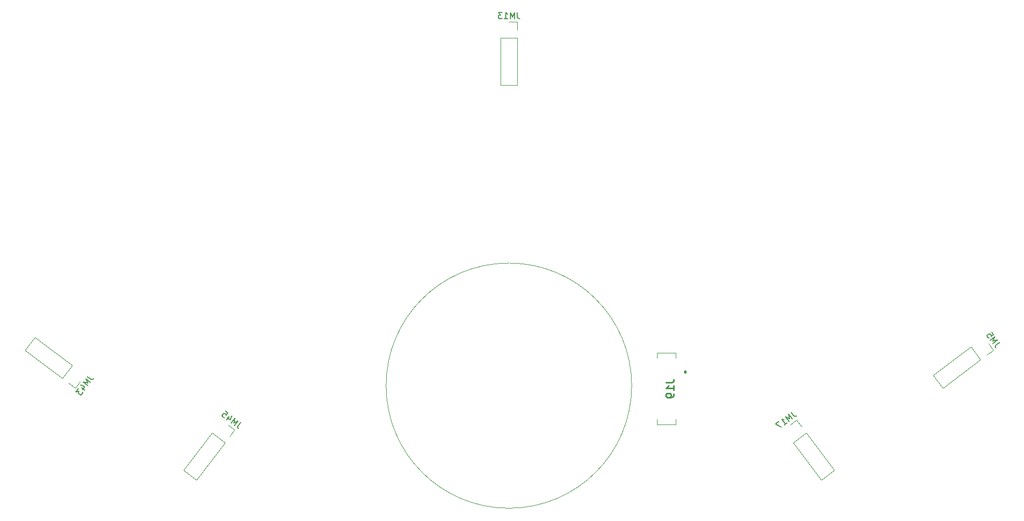
<source format=gbr>
G04 #@! TF.GenerationSoftware,KiCad,Pcbnew,(5.1.4)-1*
G04 #@! TF.CreationDate,2023-05-25T15:27:45-04:00*
G04 #@! TF.ProjectId,ThumbsUp,5468756d-6273-4557-902e-6b696361645f,rev?*
G04 #@! TF.SameCoordinates,Original*
G04 #@! TF.FileFunction,Legend,Bot*
G04 #@! TF.FilePolarity,Positive*
%FSLAX46Y46*%
G04 Gerber Fmt 4.6, Leading zero omitted, Abs format (unit mm)*
G04 Created by KiCad (PCBNEW (5.1.4)-1) date 2023-05-25 15:27:45*
%MOMM*%
%LPD*%
G04 APERTURE LIST*
%ADD10C,0.120000*%
%ADD11C,0.400000*%
%ADD12C,0.100000*%
%ADD13C,0.150000*%
%ADD14C,0.254000*%
G04 APERTURE END LIST*
D10*
X162500000Y153500000D02*
G75*
G03X162500000Y153500000I-20000000J0D01*
G01*
X221408227Y159286147D02*
X220607813Y160348332D01*
X220346042Y158485733D02*
X221408227Y159286147D01*
X219331775Y157721428D02*
X217730947Y159845798D01*
X217730947Y159845798D02*
X211597426Y155223859D01*
X219331775Y157721428D02*
X213198254Y153099488D01*
X213198254Y153099488D02*
X211597426Y155223859D01*
X143830000Y202550000D02*
X141170000Y202550000D01*
X143830000Y210230000D02*
X143830000Y202550000D01*
X141170000Y210230000D02*
X141170000Y202550000D01*
X143830000Y210230000D02*
X141170000Y210230000D01*
X143830000Y211500000D02*
X143830000Y212830000D01*
X143830000Y212830000D02*
X142500000Y212830000D01*
X63641931Y159284352D02*
X65242759Y161408723D01*
X69775452Y154662413D02*
X63641931Y159284352D01*
X71376280Y156786783D02*
X65242759Y161408723D01*
X69775452Y154662413D02*
X71376280Y156786783D01*
X70789719Y153898108D02*
X71851904Y153097694D01*
X71851904Y153097694D02*
X72652318Y154159879D01*
X91620663Y138089947D02*
X89496292Y139690775D01*
X96242602Y144223468D02*
X91620663Y138089947D01*
X94118232Y145824296D02*
X89496292Y139690775D01*
X96242602Y144223468D02*
X94118232Y145824296D01*
X97006907Y145237735D02*
X97807321Y146299920D01*
X97807321Y146299920D02*
X96745136Y147100334D01*
X189343249Y147884489D02*
X188281064Y147084075D01*
X190143663Y146822304D02*
X189343249Y147884489D01*
X190907968Y145808037D02*
X188783598Y144207209D01*
X188783598Y144207209D02*
X193405537Y138073688D01*
X190907968Y145808037D02*
X195529908Y139674516D01*
X195529908Y139674516D02*
X193405537Y138073688D01*
D11*
X171200000Y155700000D02*
G75*
G03X171200000Y155800000I0J50000D01*
G01*
X171200000Y155800000D02*
G75*
G03X171200000Y155700000I0J-50000D01*
G01*
X171200000Y155800000D02*
X171200000Y155800000D01*
X171200000Y155700000D02*
X171200000Y155700000D01*
D12*
X169650000Y147150000D02*
X169650000Y148000000D01*
X166650000Y147150000D02*
X169650000Y147150000D01*
X166650000Y148000000D02*
X166650000Y147150000D01*
X169650000Y158850000D02*
X169650000Y158000000D01*
X166650000Y158850000D02*
X169650000Y158850000D01*
X166650000Y158000000D02*
X166650000Y158850000D01*
D13*
X222388296Y160557137D02*
X221817842Y160127269D01*
X221732409Y160003265D01*
X221713664Y159869889D01*
X221761607Y159727140D01*
X221818923Y159651080D01*
X221303082Y160335624D02*
X222101717Y160937440D01*
X221330658Y160773783D01*
X221700507Y161469863D01*
X220901872Y160868048D01*
X221127350Y162230468D02*
X221413929Y161850166D01*
X221062284Y161525557D01*
X221071656Y161592245D01*
X221052371Y161696963D01*
X220909082Y161887115D01*
X220813736Y161934517D01*
X220747047Y161943890D01*
X220642329Y161924604D01*
X220452178Y161781315D01*
X220404775Y161685969D01*
X220395403Y161619281D01*
X220414688Y161514563D01*
X220557977Y161324411D01*
X220653323Y161277009D01*
X220720012Y161267636D01*
X143880952Y214377619D02*
X143880952Y213663333D01*
X143928571Y213520476D01*
X144023809Y213425238D01*
X144166666Y213377619D01*
X144261904Y213377619D01*
X143404761Y213377619D02*
X143404761Y214377619D01*
X143071428Y213663333D01*
X142738095Y214377619D01*
X142738095Y213377619D01*
X141738095Y213377619D02*
X142309523Y213377619D01*
X142023809Y213377619D02*
X142023809Y214377619D01*
X142119047Y214234761D01*
X142214285Y214139523D01*
X142309523Y214091904D01*
X141404761Y214377619D02*
X140785714Y214377619D01*
X141119047Y213996666D01*
X140976190Y213996666D01*
X140880952Y213949047D01*
X140833333Y213901428D01*
X140785714Y213806190D01*
X140785714Y213568095D01*
X140833333Y213472857D01*
X140880952Y213425238D01*
X140976190Y213377619D01*
X141261904Y213377619D01*
X141357142Y213425238D01*
X141404761Y213472857D01*
X73844683Y154990506D02*
X74415137Y154560639D01*
X74557886Y154512695D01*
X74691262Y154531440D01*
X74815266Y154616873D01*
X74872582Y154692934D01*
X74356740Y154008389D02*
X73558105Y154610204D01*
X73927954Y153914124D01*
X73156895Y154077780D01*
X73955530Y153475965D01*
X72878607Y153154600D02*
X73411031Y152753390D01*
X72717654Y153574014D02*
X73431398Y153334298D01*
X73058846Y152839904D01*
X72354475Y153012933D02*
X71981923Y152518539D01*
X72486770Y152555488D01*
X72400796Y152441398D01*
X72381511Y152336679D01*
X72390883Y152269991D01*
X72438286Y152174645D01*
X72628437Y152031356D01*
X72733155Y152012070D01*
X72799844Y152021443D01*
X72895190Y152068845D01*
X73067137Y152297027D01*
X73086422Y152401745D01*
X73077050Y152468434D01*
X98779393Y147505240D02*
X98349526Y146934786D01*
X98301582Y146792037D01*
X98320327Y146658661D01*
X98405760Y146534657D01*
X98481821Y146477341D01*
X97797276Y146993183D02*
X98399091Y147791818D01*
X97703011Y147421969D01*
X97866667Y148193028D01*
X97264852Y147394393D01*
X96943487Y148471316D02*
X96542277Y147938892D01*
X97362901Y148632269D02*
X97123185Y147918525D01*
X96628791Y148291077D01*
X96345457Y149339343D02*
X96725759Y149052764D01*
X96477211Y148643803D01*
X96467839Y148710492D01*
X96420436Y148805838D01*
X96230285Y148949127D01*
X96125566Y148968412D01*
X96058878Y148959040D01*
X95963532Y148911637D01*
X95820243Y148721486D01*
X95800957Y148616768D01*
X95810330Y148550079D01*
X95857732Y148454733D01*
X96047884Y148311444D01*
X96152602Y148292159D01*
X96219290Y148301531D01*
X188452561Y149151136D02*
X188882429Y148580682D01*
X189006432Y148495250D01*
X189139809Y148476505D01*
X189282557Y148524448D01*
X189358618Y148581764D01*
X188674073Y148065922D02*
X188072258Y148864558D01*
X188235914Y148093499D01*
X187539834Y148463348D01*
X188141649Y147664712D01*
X187343014Y147062897D02*
X187799377Y147406792D01*
X187571196Y147234844D02*
X186969381Y148033480D01*
X187131415Y147976705D01*
X187264791Y147957960D01*
X187369509Y147977246D01*
X186474987Y147660928D02*
X185942563Y147259718D01*
X186886651Y146719003D01*
D14*
X168104523Y154028095D02*
X169011666Y154028095D01*
X169193095Y154088571D01*
X169314047Y154209523D01*
X169374523Y154390952D01*
X169374523Y154511904D01*
X169374523Y152758095D02*
X169374523Y153483809D01*
X169374523Y153120952D02*
X168104523Y153120952D01*
X168285952Y153241904D01*
X168406904Y153362857D01*
X168467380Y153483809D01*
X169374523Y152153333D02*
X169374523Y151911428D01*
X169314047Y151790476D01*
X169253571Y151730000D01*
X169072142Y151609047D01*
X168830238Y151548571D01*
X168346428Y151548571D01*
X168225476Y151609047D01*
X168165000Y151669523D01*
X168104523Y151790476D01*
X168104523Y152032380D01*
X168165000Y152153333D01*
X168225476Y152213809D01*
X168346428Y152274285D01*
X168648809Y152274285D01*
X168769761Y152213809D01*
X168830238Y152153333D01*
X168890714Y152032380D01*
X168890714Y151790476D01*
X168830238Y151669523D01*
X168769761Y151609047D01*
X168648809Y151548571D01*
M02*

</source>
